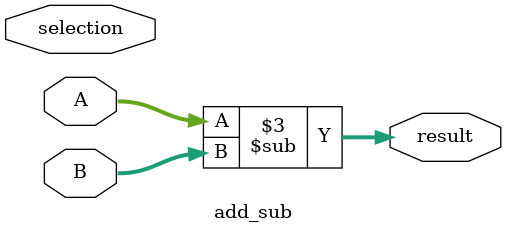
<source format=v>
module add_sub (input wire [31:0] A, B, input wire selection, output wire [31:0] result);

	assign result = (selection == 3) ? A + B : A - B;

endmodule

</source>
